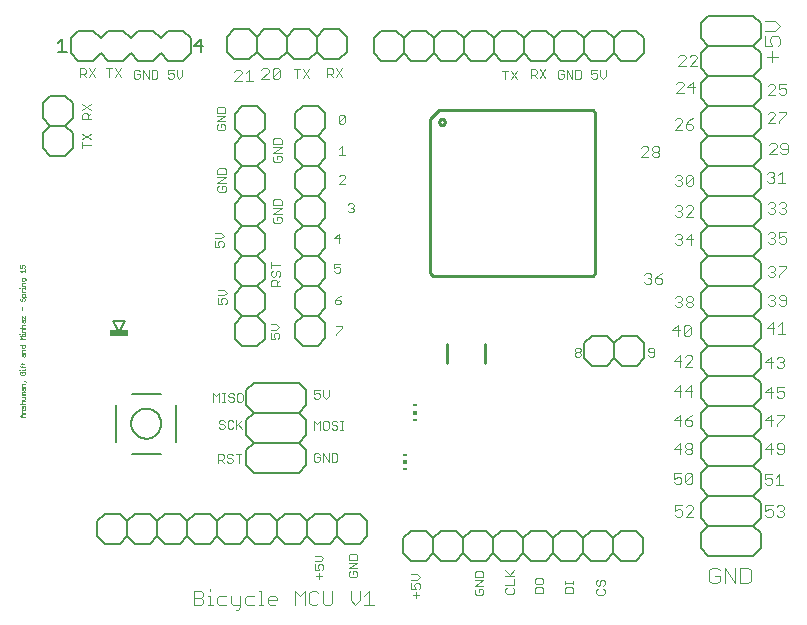
<source format=gto>
G75*
%MOIN*%
%OFA0B0*%
%FSLAX24Y24*%
%IPPOS*%
%LPD*%
%AMOC8*
5,1,8,0,0,1.08239X$1,22.5*
%
%ADD10C,0.0030*%
%ADD11C,0.0040*%
%ADD12C,0.0010*%
%ADD13C,0.0080*%
%ADD14R,0.0620X0.0240*%
%ADD15C,0.0100*%
%ADD16C,0.0060*%
%ADD17R,0.0118X0.0059*%
%ADD18R,0.0118X0.0118*%
%ADD19C,0.0050*%
%ADD20C,0.0087*%
D10*
X007604Y005954D02*
X007604Y006244D01*
X007749Y006244D01*
X007797Y006196D01*
X007797Y006099D01*
X007749Y006051D01*
X007604Y006051D01*
X007701Y006051D02*
X007797Y005954D01*
X007899Y006002D02*
X007947Y005954D01*
X008044Y005954D01*
X008092Y006002D01*
X008092Y006051D01*
X008044Y006099D01*
X007947Y006099D01*
X007899Y006147D01*
X007899Y006196D01*
X007947Y006244D01*
X008044Y006244D01*
X008092Y006196D01*
X008193Y006244D02*
X008387Y006244D01*
X008290Y006244D02*
X008290Y005954D01*
X008218Y007079D02*
X008218Y007369D01*
X008117Y007321D02*
X008069Y007369D01*
X007972Y007369D01*
X007924Y007321D01*
X007924Y007127D01*
X007972Y007079D01*
X008069Y007079D01*
X008117Y007127D01*
X008218Y007176D02*
X008412Y007369D01*
X008267Y007224D02*
X008412Y007079D01*
X007822Y007127D02*
X007774Y007079D01*
X007677Y007079D01*
X007629Y007127D01*
X007677Y007224D02*
X007774Y007224D01*
X007822Y007176D01*
X007822Y007127D01*
X007677Y007224D02*
X007629Y007272D01*
X007629Y007321D01*
X007677Y007369D01*
X007774Y007369D01*
X007822Y007321D01*
X007845Y007979D02*
X007749Y007979D01*
X007797Y007979D02*
X007797Y008269D01*
X007749Y008269D02*
X007845Y008269D01*
X007945Y008221D02*
X007945Y008172D01*
X007993Y008124D01*
X008090Y008124D01*
X008138Y008076D01*
X008138Y008027D01*
X008090Y007979D01*
X007993Y007979D01*
X007945Y008027D01*
X007945Y008221D02*
X007993Y008269D01*
X008090Y008269D01*
X008138Y008221D01*
X008240Y008221D02*
X008240Y008027D01*
X008288Y007979D01*
X008385Y007979D01*
X008433Y008027D01*
X008433Y008221D01*
X008385Y008269D01*
X008288Y008269D01*
X008240Y008221D01*
X007647Y008269D02*
X007647Y007979D01*
X007454Y007979D02*
X007454Y008269D01*
X007551Y008172D01*
X007647Y008269D01*
X009359Y010079D02*
X009504Y010079D01*
X009455Y010176D01*
X009455Y010224D01*
X009504Y010272D01*
X009600Y010272D01*
X009649Y010224D01*
X009649Y010127D01*
X009600Y010079D01*
X009359Y010079D02*
X009359Y010272D01*
X009359Y010374D02*
X009552Y010374D01*
X009649Y010470D01*
X009552Y010567D01*
X009359Y010567D01*
X007899Y011277D02*
X007850Y011229D01*
X007899Y011277D02*
X007899Y011374D01*
X007850Y011422D01*
X007754Y011422D01*
X007705Y011374D01*
X007705Y011326D01*
X007754Y011229D01*
X007609Y011229D01*
X007609Y011422D01*
X007609Y011524D02*
X007802Y011524D01*
X007899Y011620D01*
X007802Y011717D01*
X007609Y011717D01*
X007654Y013129D02*
X007509Y013129D01*
X007509Y013322D01*
X007509Y013424D02*
X007702Y013424D01*
X007799Y013520D01*
X007702Y013617D01*
X007509Y013617D01*
X007654Y013322D02*
X007750Y013322D01*
X007799Y013274D01*
X007799Y013177D01*
X007750Y013129D01*
X007654Y013129D02*
X007605Y013226D01*
X007605Y013274D01*
X007654Y013322D01*
X009384Y012637D02*
X009384Y012443D01*
X009384Y012540D02*
X009674Y012540D01*
X009625Y012342D02*
X009674Y012294D01*
X009674Y012197D01*
X009625Y012149D01*
X009529Y012197D02*
X009529Y012294D01*
X009577Y012342D01*
X009625Y012342D01*
X009529Y012197D02*
X009480Y012149D01*
X009432Y012149D01*
X009384Y012197D01*
X009384Y012294D01*
X009432Y012342D01*
X009432Y012047D02*
X009384Y011999D01*
X009384Y011854D01*
X009674Y011854D01*
X009577Y011854D02*
X009577Y011999D01*
X009529Y012047D01*
X009432Y012047D01*
X009577Y011951D02*
X009674Y012047D01*
X011479Y012327D02*
X011527Y012279D01*
X011624Y012279D01*
X011672Y012327D01*
X011672Y012424D01*
X011624Y012472D01*
X011576Y012472D01*
X011479Y012424D01*
X011479Y012569D01*
X011672Y012569D01*
X011624Y013279D02*
X011624Y013569D01*
X011479Y013424D01*
X011672Y013424D01*
X011977Y014304D02*
X011929Y014352D01*
X011977Y014304D02*
X012074Y014304D01*
X012122Y014352D01*
X012122Y014401D01*
X012074Y014449D01*
X012026Y014449D01*
X012074Y014449D02*
X012122Y014497D01*
X012122Y014546D01*
X012074Y014594D01*
X011977Y014594D01*
X011929Y014546D01*
X011847Y015254D02*
X011654Y015254D01*
X011847Y015447D01*
X011847Y015496D01*
X011799Y015544D01*
X011702Y015544D01*
X011654Y015496D01*
X011629Y016204D02*
X011822Y016204D01*
X011726Y016204D02*
X011726Y016494D01*
X011629Y016397D01*
X011677Y017254D02*
X011629Y017302D01*
X011822Y017496D01*
X011822Y017302D01*
X011774Y017254D01*
X011677Y017254D01*
X011629Y017302D02*
X011629Y017496D01*
X011677Y017544D01*
X011774Y017544D01*
X011822Y017496D01*
X011742Y018804D02*
X011549Y019094D01*
X011447Y019046D02*
X011447Y018949D01*
X011399Y018901D01*
X011254Y018901D01*
X011351Y018901D02*
X011447Y018804D01*
X011549Y018804D02*
X011742Y019094D01*
X011447Y019046D02*
X011399Y019094D01*
X011254Y019094D01*
X011254Y018804D01*
X010642Y018779D02*
X010449Y019069D01*
X010347Y019069D02*
X010154Y019069D01*
X010251Y019069D02*
X010251Y018779D01*
X010449Y018779D02*
X010642Y019069D01*
X009669Y019037D02*
X009669Y018791D01*
X009607Y018729D01*
X009484Y018729D01*
X009422Y018791D01*
X009669Y019037D01*
X009607Y019099D01*
X009484Y019099D01*
X009422Y019037D01*
X009422Y018791D01*
X009301Y018729D02*
X009054Y018729D01*
X009301Y018976D01*
X009301Y019037D01*
X009239Y019099D01*
X009116Y019099D01*
X009054Y019037D01*
X008646Y019049D02*
X008646Y018679D01*
X008769Y018679D02*
X008522Y018679D01*
X008401Y018679D02*
X008154Y018679D01*
X008401Y018926D01*
X008401Y018987D01*
X008339Y019049D01*
X008216Y019049D01*
X008154Y018987D01*
X008522Y018926D02*
X008646Y019049D01*
X007800Y017812D02*
X007607Y017812D01*
X007559Y017763D01*
X007559Y017618D01*
X007849Y017618D01*
X007849Y017763D01*
X007800Y017812D01*
X007849Y017517D02*
X007559Y017517D01*
X007559Y017324D02*
X007849Y017517D01*
X007849Y017324D02*
X007559Y017324D01*
X007607Y017222D02*
X007559Y017174D01*
X007559Y017077D01*
X007607Y017029D01*
X007800Y017029D01*
X007849Y017077D01*
X007849Y017174D01*
X007800Y017222D01*
X007704Y017222D01*
X007704Y017126D01*
X007632Y015762D02*
X007584Y015713D01*
X007584Y015568D01*
X007874Y015568D01*
X007874Y015713D01*
X007825Y015762D01*
X007632Y015762D01*
X007584Y015467D02*
X007874Y015467D01*
X007584Y015274D01*
X007874Y015274D01*
X007825Y015172D02*
X007729Y015172D01*
X007729Y015076D01*
X007825Y015172D02*
X007874Y015124D01*
X007874Y015027D01*
X007825Y014979D01*
X007632Y014979D01*
X007584Y015027D01*
X007584Y015124D01*
X007632Y015172D01*
X009434Y014688D02*
X009434Y014543D01*
X009724Y014543D01*
X009724Y014688D01*
X009675Y014737D01*
X009482Y014737D01*
X009434Y014688D01*
X009434Y014442D02*
X009724Y014442D01*
X009434Y014249D01*
X009724Y014249D01*
X009675Y014147D02*
X009579Y014147D01*
X009579Y014051D01*
X009675Y014147D02*
X009724Y014099D01*
X009724Y014002D01*
X009675Y013954D01*
X009482Y013954D01*
X009434Y014002D01*
X009434Y014099D01*
X009482Y014147D01*
X009482Y015979D02*
X009675Y015979D01*
X009724Y016027D01*
X009724Y016124D01*
X009675Y016172D01*
X009579Y016172D01*
X009579Y016076D01*
X009482Y016172D02*
X009434Y016124D01*
X009434Y016027D01*
X009482Y015979D01*
X009434Y016274D02*
X009724Y016467D01*
X009434Y016467D01*
X009434Y016568D02*
X009434Y016713D01*
X009482Y016762D01*
X009675Y016762D01*
X009724Y016713D01*
X009724Y016568D01*
X009434Y016568D01*
X009434Y016274D02*
X009724Y016274D01*
X006417Y018851D02*
X006417Y019044D01*
X006417Y018851D02*
X006320Y018754D01*
X006224Y018851D01*
X006224Y019044D01*
X006122Y019044D02*
X005929Y019044D01*
X005929Y018899D01*
X006026Y018947D01*
X006074Y018947D01*
X006122Y018899D01*
X006122Y018802D01*
X006074Y018754D01*
X005977Y018754D01*
X005929Y018802D01*
X005587Y018802D02*
X005587Y018996D01*
X005538Y019044D01*
X005393Y019044D01*
X005393Y018754D01*
X005538Y018754D01*
X005587Y018802D01*
X005292Y018754D02*
X005292Y019044D01*
X005099Y019044D02*
X005099Y018754D01*
X004997Y018802D02*
X004997Y018899D01*
X004901Y018899D01*
X004997Y018996D02*
X004949Y019044D01*
X004852Y019044D01*
X004804Y018996D01*
X004804Y018802D01*
X004852Y018754D01*
X004949Y018754D01*
X004997Y018802D01*
X005099Y019044D02*
X005292Y018754D01*
X004367Y018804D02*
X004174Y019094D01*
X004072Y019094D02*
X003879Y019094D01*
X003976Y019094D02*
X003976Y018804D01*
X004174Y018804D02*
X004367Y019094D01*
X003492Y019094D02*
X003299Y018804D01*
X003197Y018804D02*
X003101Y018901D01*
X003149Y018901D02*
X003004Y018901D01*
X003004Y018804D02*
X003004Y019094D01*
X003149Y019094D01*
X003197Y019046D01*
X003197Y018949D01*
X003149Y018901D01*
X003299Y019094D02*
X003492Y018804D01*
X003374Y017892D02*
X003084Y017699D01*
X003132Y017597D02*
X003229Y017597D01*
X003277Y017549D01*
X003277Y017404D01*
X003277Y017501D02*
X003374Y017597D01*
X003374Y017699D02*
X003084Y017892D01*
X003132Y017597D02*
X003084Y017549D01*
X003084Y017404D01*
X003374Y017404D01*
X003374Y016917D02*
X003084Y016724D01*
X003084Y016622D02*
X003084Y016429D01*
X003084Y016526D02*
X003374Y016526D01*
X003374Y016724D02*
X003084Y016917D01*
X011504Y011374D02*
X011649Y011374D01*
X011697Y011326D01*
X011697Y011277D01*
X011649Y011229D01*
X011552Y011229D01*
X011504Y011277D01*
X011504Y011374D01*
X011601Y011471D01*
X011697Y011519D01*
X011722Y010494D02*
X011529Y010494D01*
X011722Y010494D02*
X011722Y010446D01*
X011529Y010252D01*
X011529Y010204D01*
X011292Y008369D02*
X011292Y008176D01*
X011195Y008079D01*
X011099Y008176D01*
X011099Y008369D01*
X010997Y008369D02*
X010804Y008369D01*
X010804Y008224D01*
X010901Y008272D01*
X010949Y008272D01*
X010997Y008224D01*
X010997Y008127D01*
X010949Y008079D01*
X010852Y008079D01*
X010804Y008127D01*
X010804Y007344D02*
X010901Y007247D01*
X010997Y007344D01*
X010997Y007054D01*
X011099Y007102D02*
X011099Y007296D01*
X011147Y007344D01*
X011244Y007344D01*
X011292Y007296D01*
X011292Y007102D01*
X011244Y007054D01*
X011147Y007054D01*
X011099Y007102D01*
X011393Y007102D02*
X011442Y007054D01*
X011538Y007054D01*
X011587Y007102D01*
X011587Y007151D01*
X011538Y007199D01*
X011442Y007199D01*
X011393Y007247D01*
X011393Y007296D01*
X011442Y007344D01*
X011538Y007344D01*
X011587Y007296D01*
X011688Y007344D02*
X011785Y007344D01*
X011736Y007344D02*
X011736Y007054D01*
X011688Y007054D02*
X011785Y007054D01*
X011538Y006269D02*
X011393Y006269D01*
X011393Y005979D01*
X011538Y005979D01*
X011587Y006027D01*
X011587Y006221D01*
X011538Y006269D01*
X011292Y006269D02*
X011292Y005979D01*
X011099Y006269D01*
X011099Y005979D01*
X010997Y006027D02*
X010997Y006124D01*
X010901Y006124D01*
X010997Y006221D02*
X010949Y006269D01*
X010852Y006269D01*
X010804Y006221D01*
X010804Y006027D01*
X010852Y005979D01*
X010949Y005979D01*
X010997Y006027D01*
X010804Y007054D02*
X010804Y007344D01*
X010829Y002853D02*
X011022Y002853D01*
X011119Y002756D01*
X011022Y002659D01*
X010829Y002659D01*
X010829Y002558D02*
X010829Y002365D01*
X010974Y002365D01*
X010925Y002461D01*
X010925Y002510D01*
X010974Y002558D01*
X011070Y002558D01*
X011119Y002510D01*
X011119Y002413D01*
X011070Y002365D01*
X010974Y002263D02*
X010974Y002070D01*
X011070Y002167D02*
X010877Y002167D01*
X011959Y002177D02*
X012007Y002129D01*
X012200Y002129D01*
X012249Y002177D01*
X012249Y002274D01*
X012200Y002322D01*
X012104Y002322D01*
X012104Y002226D01*
X012007Y002322D02*
X011959Y002274D01*
X011959Y002177D01*
X011959Y002424D02*
X012249Y002617D01*
X011959Y002617D01*
X011959Y002718D02*
X011959Y002863D01*
X012007Y002912D01*
X012200Y002912D01*
X012249Y002863D01*
X012249Y002718D01*
X011959Y002718D01*
X011959Y002424D02*
X012249Y002424D01*
X014054Y002228D02*
X014247Y002228D01*
X014344Y002131D01*
X014247Y002034D01*
X014054Y002034D01*
X014054Y001933D02*
X014054Y001740D01*
X014199Y001740D01*
X014150Y001836D01*
X014150Y001885D01*
X014199Y001933D01*
X014295Y001933D01*
X014344Y001885D01*
X014344Y001788D01*
X014295Y001740D01*
X014199Y001638D02*
X014199Y001445D01*
X014295Y001542D02*
X014102Y001542D01*
X016159Y001602D02*
X016207Y001554D01*
X016400Y001554D01*
X016449Y001602D01*
X016449Y001699D01*
X016400Y001747D01*
X016304Y001747D01*
X016304Y001651D01*
X016207Y001747D02*
X016159Y001699D01*
X016159Y001602D01*
X016159Y001849D02*
X016449Y002042D01*
X016159Y002042D01*
X016159Y002143D02*
X016159Y002288D01*
X016207Y002337D01*
X016400Y002337D01*
X016449Y002288D01*
X016449Y002143D01*
X016159Y002143D01*
X016159Y001849D02*
X016449Y001849D01*
X017184Y001874D02*
X017474Y001874D01*
X017474Y002067D01*
X017474Y002168D02*
X017184Y002168D01*
X017329Y002217D02*
X017474Y002362D01*
X017377Y002168D02*
X017184Y002362D01*
X017232Y001772D02*
X017184Y001724D01*
X017184Y001627D01*
X017232Y001579D01*
X017425Y001579D01*
X017474Y001627D01*
X017474Y001724D01*
X017425Y001772D01*
X018159Y001749D02*
X018159Y001604D01*
X018449Y001604D01*
X018449Y001749D01*
X018400Y001797D01*
X018207Y001797D01*
X018159Y001749D01*
X018207Y001899D02*
X018400Y001899D01*
X018449Y001947D01*
X018449Y002044D01*
X018400Y002092D01*
X018207Y002092D01*
X018159Y002044D01*
X018159Y001947D01*
X018207Y001899D01*
X019159Y001899D02*
X019159Y001995D01*
X019159Y001947D02*
X019449Y001947D01*
X019449Y001899D02*
X019449Y001995D01*
X019400Y001797D02*
X019207Y001797D01*
X019159Y001749D01*
X019159Y001604D01*
X019449Y001604D01*
X019449Y001749D01*
X019400Y001797D01*
X020209Y001699D02*
X020209Y001602D01*
X020257Y001554D01*
X020450Y001554D01*
X020499Y001602D01*
X020499Y001699D01*
X020450Y001747D01*
X020450Y001849D02*
X020499Y001897D01*
X020499Y001994D01*
X020450Y002042D01*
X020402Y002042D01*
X020354Y001994D01*
X020354Y001897D01*
X020305Y001849D01*
X020257Y001849D01*
X020209Y001897D01*
X020209Y001994D01*
X020257Y002042D01*
X020257Y001747D02*
X020209Y001699D01*
X022829Y004216D02*
X022891Y004154D01*
X023014Y004154D01*
X023076Y004216D01*
X023076Y004339D01*
X023014Y004401D01*
X022952Y004401D01*
X022829Y004339D01*
X022829Y004524D01*
X023076Y004524D01*
X023197Y004462D02*
X023259Y004524D01*
X023382Y004524D01*
X023444Y004462D01*
X023444Y004401D01*
X023197Y004154D01*
X023444Y004154D01*
X023357Y005229D02*
X023234Y005229D01*
X023172Y005291D01*
X023419Y005537D01*
X023419Y005291D01*
X023357Y005229D01*
X023172Y005291D02*
X023172Y005537D01*
X023234Y005599D01*
X023357Y005599D01*
X023419Y005537D01*
X023051Y005599D02*
X022804Y005599D01*
X022804Y005414D01*
X022927Y005476D01*
X022989Y005476D01*
X023051Y005414D01*
X023051Y005291D01*
X022989Y005229D01*
X022866Y005229D01*
X022804Y005291D01*
X022989Y006229D02*
X022989Y006599D01*
X022804Y006414D01*
X023051Y006414D01*
X023172Y006352D02*
X023234Y006414D01*
X023357Y006414D01*
X023419Y006352D01*
X023419Y006291D01*
X023357Y006229D01*
X023234Y006229D01*
X023172Y006291D01*
X023172Y006352D01*
X023234Y006414D02*
X023172Y006476D01*
X023172Y006537D01*
X023234Y006599D01*
X023357Y006599D01*
X023419Y006537D01*
X023419Y006476D01*
X023357Y006414D01*
X023357Y007179D02*
X023419Y007241D01*
X023419Y007302D01*
X023357Y007364D01*
X023172Y007364D01*
X023172Y007241D01*
X023234Y007179D01*
X023357Y007179D01*
X023172Y007364D02*
X023296Y007487D01*
X023419Y007549D01*
X023051Y007364D02*
X022804Y007364D01*
X022989Y007549D01*
X022989Y007179D01*
X022989Y008154D02*
X022989Y008524D01*
X022804Y008339D01*
X023051Y008339D01*
X023172Y008339D02*
X023357Y008524D01*
X023357Y008154D01*
X023419Y008339D02*
X023172Y008339D01*
X023172Y009154D02*
X023419Y009401D01*
X023419Y009462D01*
X023357Y009524D01*
X023234Y009524D01*
X023172Y009462D01*
X023051Y009339D02*
X022804Y009339D01*
X022989Y009524D01*
X022989Y009154D01*
X023172Y009154D02*
X023419Y009154D01*
X022142Y009532D02*
X022142Y009726D01*
X022094Y009774D01*
X021997Y009774D01*
X021949Y009726D01*
X021949Y009677D01*
X021997Y009629D01*
X022142Y009629D01*
X022142Y009532D02*
X022094Y009484D01*
X021997Y009484D01*
X021949Y009532D01*
X022754Y010364D02*
X023001Y010364D01*
X023122Y010241D02*
X023122Y010487D01*
X023184Y010549D01*
X023307Y010549D01*
X023369Y010487D01*
X023122Y010241D01*
X023184Y010179D01*
X023307Y010179D01*
X023369Y010241D01*
X023369Y010487D01*
X022939Y010549D02*
X022939Y010179D01*
X022754Y010364D02*
X022939Y010549D01*
X022891Y011129D02*
X022829Y011191D01*
X022891Y011129D02*
X023014Y011129D01*
X023076Y011191D01*
X023076Y011252D01*
X023014Y011314D01*
X022952Y011314D01*
X023014Y011314D02*
X023076Y011376D01*
X023076Y011437D01*
X023014Y011499D01*
X022891Y011499D01*
X022829Y011437D01*
X023197Y011437D02*
X023197Y011376D01*
X023259Y011314D01*
X023382Y011314D01*
X023444Y011252D01*
X023444Y011191D01*
X023382Y011129D01*
X023259Y011129D01*
X023197Y011191D01*
X023197Y011252D01*
X023259Y011314D01*
X023382Y011314D02*
X023444Y011376D01*
X023444Y011437D01*
X023382Y011499D01*
X023259Y011499D01*
X023197Y011437D01*
X022419Y011966D02*
X022419Y012027D01*
X022357Y012089D01*
X022172Y012089D01*
X022172Y011966D01*
X022234Y011904D01*
X022357Y011904D01*
X022419Y011966D01*
X022296Y012212D02*
X022172Y012089D01*
X022051Y012027D02*
X022051Y011966D01*
X021989Y011904D01*
X021866Y011904D01*
X021804Y011966D01*
X021927Y012089D02*
X021989Y012089D01*
X022051Y012027D01*
X021989Y012089D02*
X022051Y012151D01*
X022051Y012212D01*
X021989Y012274D01*
X021866Y012274D01*
X021804Y012212D01*
X022296Y012212D02*
X022419Y012274D01*
X022891Y013204D02*
X022829Y013266D01*
X022891Y013204D02*
X023014Y013204D01*
X023076Y013266D01*
X023076Y013327D01*
X023014Y013389D01*
X022952Y013389D01*
X023014Y013389D02*
X023076Y013451D01*
X023076Y013512D01*
X023014Y013574D01*
X022891Y013574D01*
X022829Y013512D01*
X023197Y013389D02*
X023444Y013389D01*
X023382Y013204D02*
X023382Y013574D01*
X023197Y013389D01*
X023197Y014154D02*
X023444Y014401D01*
X023444Y014462D01*
X023382Y014524D01*
X023259Y014524D01*
X023197Y014462D01*
X023076Y014462D02*
X023076Y014401D01*
X023014Y014339D01*
X023076Y014277D01*
X023076Y014216D01*
X023014Y014154D01*
X022891Y014154D01*
X022829Y014216D01*
X022952Y014339D02*
X023014Y014339D01*
X023076Y014462D02*
X023014Y014524D01*
X022891Y014524D01*
X022829Y014462D01*
X023197Y014154D02*
X023444Y014154D01*
X023382Y015179D02*
X023259Y015179D01*
X023197Y015241D01*
X023444Y015487D01*
X023444Y015241D01*
X023382Y015179D01*
X023197Y015241D02*
X023197Y015487D01*
X023259Y015549D01*
X023382Y015549D01*
X023444Y015487D01*
X023076Y015487D02*
X023076Y015426D01*
X023014Y015364D01*
X023076Y015302D01*
X023076Y015241D01*
X023014Y015179D01*
X022891Y015179D01*
X022829Y015241D01*
X022952Y015364D02*
X023014Y015364D01*
X023076Y015487D02*
X023014Y015549D01*
X022891Y015549D01*
X022829Y015487D01*
X022257Y016129D02*
X022134Y016129D01*
X022072Y016191D01*
X022072Y016252D01*
X022134Y016314D01*
X022257Y016314D01*
X022319Y016252D01*
X022319Y016191D01*
X022257Y016129D01*
X022257Y016314D02*
X022319Y016376D01*
X022319Y016437D01*
X022257Y016499D01*
X022134Y016499D01*
X022072Y016437D01*
X022072Y016376D01*
X022134Y016314D01*
X021951Y016376D02*
X021951Y016437D01*
X021889Y016499D01*
X021766Y016499D01*
X021704Y016437D01*
X021951Y016376D02*
X021704Y016129D01*
X021951Y016129D01*
X022829Y017054D02*
X023076Y017301D01*
X023076Y017362D01*
X023014Y017424D01*
X022891Y017424D01*
X022829Y017362D01*
X022829Y017054D02*
X023076Y017054D01*
X023197Y017116D02*
X023197Y017239D01*
X023382Y017239D01*
X023444Y017177D01*
X023444Y017116D01*
X023382Y017054D01*
X023259Y017054D01*
X023197Y017116D01*
X023197Y017239D02*
X023321Y017362D01*
X023444Y017424D01*
X023432Y018279D02*
X023432Y018649D01*
X023247Y018464D01*
X023494Y018464D01*
X023126Y018526D02*
X023126Y018587D01*
X023064Y018649D01*
X022941Y018649D01*
X022879Y018587D01*
X023126Y018526D02*
X022879Y018279D01*
X023126Y018279D01*
X023201Y019179D02*
X022954Y019179D01*
X023201Y019426D01*
X023201Y019487D01*
X023139Y019549D01*
X023016Y019549D01*
X022954Y019487D01*
X023322Y019487D02*
X023384Y019549D01*
X023507Y019549D01*
X023569Y019487D01*
X023569Y019426D01*
X023322Y019179D01*
X023569Y019179D01*
X025929Y018512D02*
X025991Y018574D01*
X026114Y018574D01*
X026176Y018512D01*
X026176Y018451D01*
X025929Y018204D01*
X026176Y018204D01*
X026297Y018266D02*
X026359Y018204D01*
X026482Y018204D01*
X026544Y018266D01*
X026544Y018389D01*
X026482Y018451D01*
X026421Y018451D01*
X026297Y018389D01*
X026297Y018574D01*
X026544Y018574D01*
X026544Y017649D02*
X026297Y017649D01*
X026176Y017587D02*
X026114Y017649D01*
X025991Y017649D01*
X025929Y017587D01*
X026176Y017587D02*
X026176Y017526D01*
X025929Y017279D01*
X026176Y017279D01*
X026297Y017279D02*
X026297Y017341D01*
X026544Y017587D01*
X026544Y017649D01*
X026532Y016599D02*
X026409Y016599D01*
X026347Y016537D01*
X026347Y016476D01*
X026409Y016414D01*
X026594Y016414D01*
X026594Y016291D02*
X026594Y016537D01*
X026532Y016599D01*
X026226Y016537D02*
X026164Y016599D01*
X026041Y016599D01*
X025979Y016537D01*
X026226Y016537D02*
X026226Y016476D01*
X025979Y016229D01*
X026226Y016229D01*
X026347Y016291D02*
X026409Y016229D01*
X026532Y016229D01*
X026594Y016291D01*
X026396Y015649D02*
X026396Y015279D01*
X026519Y015279D02*
X026272Y015279D01*
X026151Y015341D02*
X026089Y015279D01*
X025966Y015279D01*
X025904Y015341D01*
X026027Y015464D02*
X026089Y015464D01*
X026151Y015402D01*
X026151Y015341D01*
X026089Y015464D02*
X026151Y015526D01*
X026151Y015587D01*
X026089Y015649D01*
X025966Y015649D01*
X025904Y015587D01*
X026272Y015526D02*
X026396Y015649D01*
X026359Y014624D02*
X026482Y014624D01*
X026544Y014562D01*
X026544Y014501D01*
X026482Y014439D01*
X026544Y014377D01*
X026544Y014316D01*
X026482Y014254D01*
X026359Y014254D01*
X026297Y014316D01*
X026176Y014316D02*
X026114Y014254D01*
X025991Y014254D01*
X025929Y014316D01*
X026052Y014439D02*
X026114Y014439D01*
X026176Y014377D01*
X026176Y014316D01*
X026114Y014439D02*
X026176Y014501D01*
X026176Y014562D01*
X026114Y014624D01*
X025991Y014624D01*
X025929Y014562D01*
X026297Y014562D02*
X026359Y014624D01*
X026421Y014439D02*
X026482Y014439D01*
X026544Y013624D02*
X026297Y013624D01*
X026297Y013439D01*
X026421Y013501D01*
X026482Y013501D01*
X026544Y013439D01*
X026544Y013316D01*
X026482Y013254D01*
X026359Y013254D01*
X026297Y013316D01*
X026176Y013316D02*
X026114Y013254D01*
X025991Y013254D01*
X025929Y013316D01*
X026052Y013439D02*
X026114Y013439D01*
X026176Y013377D01*
X026176Y013316D01*
X026114Y013439D02*
X026176Y013501D01*
X026176Y013562D01*
X026114Y013624D01*
X025991Y013624D01*
X025929Y013562D01*
X025991Y012499D02*
X026114Y012499D01*
X026176Y012437D01*
X026176Y012376D01*
X026114Y012314D01*
X026176Y012252D01*
X026176Y012191D01*
X026114Y012129D01*
X025991Y012129D01*
X025929Y012191D01*
X026052Y012314D02*
X026114Y012314D01*
X026297Y012191D02*
X026297Y012129D01*
X026297Y012191D02*
X026544Y012437D01*
X026544Y012499D01*
X026297Y012499D01*
X025991Y012499D02*
X025929Y012437D01*
X025991Y011549D02*
X026114Y011549D01*
X026176Y011487D01*
X026176Y011426D01*
X026114Y011364D01*
X026176Y011302D01*
X026176Y011241D01*
X026114Y011179D01*
X025991Y011179D01*
X025929Y011241D01*
X026052Y011364D02*
X026114Y011364D01*
X026297Y011426D02*
X026359Y011364D01*
X026544Y011364D01*
X026544Y011241D02*
X026544Y011487D01*
X026482Y011549D01*
X026359Y011549D01*
X026297Y011487D01*
X026297Y011426D01*
X026297Y011241D02*
X026359Y011179D01*
X026482Y011179D01*
X026544Y011241D01*
X025991Y011549D02*
X025929Y011487D01*
X026089Y010624D02*
X025904Y010439D01*
X026151Y010439D01*
X026272Y010501D02*
X026396Y010624D01*
X026396Y010254D01*
X026519Y010254D02*
X026272Y010254D01*
X026089Y010254D02*
X026089Y010624D01*
X026039Y009474D02*
X025854Y009289D01*
X026101Y009289D01*
X026222Y009166D02*
X026284Y009104D01*
X026407Y009104D01*
X026469Y009166D01*
X026469Y009227D01*
X026407Y009289D01*
X026346Y009289D01*
X026407Y009289D02*
X026469Y009351D01*
X026469Y009412D01*
X026407Y009474D01*
X026284Y009474D01*
X026222Y009412D01*
X026039Y009474D02*
X026039Y009104D01*
X026039Y008474D02*
X025854Y008289D01*
X026101Y008289D01*
X026222Y008289D02*
X026222Y008474D01*
X026469Y008474D01*
X026407Y008351D02*
X026346Y008351D01*
X026222Y008289D01*
X026222Y008166D02*
X026284Y008104D01*
X026407Y008104D01*
X026469Y008166D01*
X026469Y008289D01*
X026407Y008351D01*
X026039Y008474D02*
X026039Y008104D01*
X026039Y007549D02*
X025854Y007364D01*
X026101Y007364D01*
X026222Y007241D02*
X026222Y007179D01*
X026222Y007241D02*
X026469Y007487D01*
X026469Y007549D01*
X026222Y007549D01*
X026039Y007549D02*
X026039Y007179D01*
X026039Y006599D02*
X025854Y006414D01*
X026101Y006414D01*
X026222Y006476D02*
X026284Y006414D01*
X026469Y006414D01*
X026469Y006291D02*
X026469Y006537D01*
X026407Y006599D01*
X026284Y006599D01*
X026222Y006537D01*
X026222Y006476D01*
X026222Y006291D02*
X026284Y006229D01*
X026407Y006229D01*
X026469Y006291D01*
X026039Y006229D02*
X026039Y006599D01*
X026076Y005574D02*
X025829Y005574D01*
X025829Y005389D01*
X025952Y005451D01*
X026014Y005451D01*
X026076Y005389D01*
X026076Y005266D01*
X026014Y005204D01*
X025891Y005204D01*
X025829Y005266D01*
X026197Y005204D02*
X026444Y005204D01*
X026321Y005204D02*
X026321Y005574D01*
X026197Y005451D01*
X026284Y004524D02*
X026407Y004524D01*
X026469Y004462D01*
X026469Y004401D01*
X026407Y004339D01*
X026469Y004277D01*
X026469Y004216D01*
X026407Y004154D01*
X026284Y004154D01*
X026222Y004216D01*
X026101Y004216D02*
X026101Y004339D01*
X026039Y004401D01*
X025977Y004401D01*
X025854Y004339D01*
X025854Y004524D01*
X026101Y004524D01*
X026222Y004462D02*
X026284Y004524D01*
X026346Y004339D02*
X026407Y004339D01*
X026101Y004216D02*
X026039Y004154D01*
X025916Y004154D01*
X025854Y004216D01*
X019692Y009532D02*
X019644Y009484D01*
X019547Y009484D01*
X019499Y009532D01*
X019499Y009581D01*
X019547Y009629D01*
X019644Y009629D01*
X019692Y009581D01*
X019692Y009532D01*
X019644Y009629D02*
X019692Y009677D01*
X019692Y009726D01*
X019644Y009774D01*
X019547Y009774D01*
X019499Y009726D01*
X019499Y009677D01*
X019547Y009629D01*
X017567Y018729D02*
X017374Y019019D01*
X017272Y019019D02*
X017079Y019019D01*
X017176Y019019D02*
X017176Y018729D01*
X017374Y018729D02*
X017567Y019019D01*
X018029Y019069D02*
X018029Y018779D01*
X018029Y018876D02*
X018174Y018876D01*
X018222Y018924D01*
X018222Y019021D01*
X018174Y019069D01*
X018029Y019069D01*
X018126Y018876D02*
X018222Y018779D01*
X018324Y018779D02*
X018517Y019069D01*
X018324Y019069D02*
X018517Y018779D01*
X018929Y018802D02*
X018977Y018754D01*
X019074Y018754D01*
X019122Y018802D01*
X019122Y018899D01*
X019026Y018899D01*
X019122Y018996D02*
X019074Y019044D01*
X018977Y019044D01*
X018929Y018996D01*
X018929Y018802D01*
X019224Y018754D02*
X019224Y019044D01*
X019417Y018754D01*
X019417Y019044D01*
X019518Y019044D02*
X019663Y019044D01*
X019712Y018996D01*
X019712Y018802D01*
X019663Y018754D01*
X019518Y018754D01*
X019518Y019044D01*
X020054Y019044D02*
X020054Y018899D01*
X020151Y018947D01*
X020199Y018947D01*
X020247Y018899D01*
X020247Y018802D01*
X020199Y018754D01*
X020102Y018754D01*
X020054Y018802D01*
X020054Y019044D02*
X020247Y019044D01*
X020349Y019044D02*
X020349Y018851D01*
X020445Y018754D01*
X020542Y018851D01*
X020542Y019044D01*
D11*
X025823Y019824D02*
X026084Y019824D01*
X025997Y019998D01*
X025997Y020085D01*
X026084Y020171D01*
X026257Y020171D01*
X026344Y020085D01*
X026344Y019911D01*
X026257Y019824D01*
X026084Y019656D02*
X026084Y019309D01*
X026257Y019482D02*
X025910Y019482D01*
X025823Y019824D02*
X025823Y020171D01*
X025823Y020340D02*
X026170Y020340D01*
X026344Y020514D01*
X026170Y020687D01*
X025823Y020687D01*
X025278Y002444D02*
X025018Y002444D01*
X025018Y001924D01*
X025278Y001924D01*
X025365Y002011D01*
X025365Y002358D01*
X025278Y002444D01*
X024850Y002444D02*
X024850Y001924D01*
X024503Y002444D01*
X024503Y001924D01*
X024334Y002011D02*
X024247Y001924D01*
X024074Y001924D01*
X023987Y002011D01*
X023987Y002358D01*
X024074Y002444D01*
X024247Y002444D01*
X024334Y002358D01*
X024334Y002184D02*
X024160Y002184D01*
X024334Y002184D02*
X024334Y002011D01*
X012794Y001209D02*
X012487Y001209D01*
X012640Y001209D02*
X012640Y001669D01*
X012487Y001516D01*
X012334Y001669D02*
X012334Y001362D01*
X012180Y001209D01*
X012027Y001362D01*
X012027Y001669D01*
X011413Y001669D02*
X011413Y001286D01*
X011336Y001209D01*
X011183Y001209D01*
X011106Y001286D01*
X011106Y001669D01*
X010952Y001593D02*
X010876Y001669D01*
X010722Y001669D01*
X010645Y001593D01*
X010645Y001286D01*
X010722Y001209D01*
X010876Y001209D01*
X010952Y001286D01*
X010492Y001209D02*
X010492Y001669D01*
X010339Y001516D01*
X010185Y001669D01*
X010185Y001209D01*
X009571Y001362D02*
X009264Y001362D01*
X009264Y001286D02*
X009264Y001439D01*
X009341Y001516D01*
X009494Y001516D01*
X009571Y001439D01*
X009571Y001362D01*
X009494Y001209D02*
X009341Y001209D01*
X009264Y001286D01*
X009111Y001209D02*
X008957Y001209D01*
X009034Y001209D02*
X009034Y001669D01*
X008957Y001669D01*
X008804Y001516D02*
X008574Y001516D01*
X008497Y001439D01*
X008497Y001286D01*
X008574Y001209D01*
X008804Y001209D01*
X008343Y001209D02*
X008113Y001209D01*
X008037Y001286D01*
X008037Y001516D01*
X007883Y001516D02*
X007653Y001516D01*
X007576Y001439D01*
X007576Y001286D01*
X007653Y001209D01*
X007883Y001209D01*
X008190Y001055D02*
X008267Y001055D01*
X008343Y001132D01*
X008343Y001516D01*
X007423Y001209D02*
X007269Y001209D01*
X007346Y001209D02*
X007346Y001516D01*
X007269Y001516D01*
X007116Y001516D02*
X007039Y001439D01*
X006809Y001439D01*
X007039Y001439D02*
X007116Y001362D01*
X007116Y001286D01*
X007039Y001209D01*
X006809Y001209D01*
X006809Y001669D01*
X007039Y001669D01*
X007116Y001593D01*
X007116Y001516D01*
X007346Y001669D02*
X007346Y001746D01*
D12*
X001159Y007457D02*
X001059Y007457D01*
X001009Y007507D01*
X001059Y007557D01*
X001159Y007557D01*
X001159Y007604D02*
X001059Y007604D01*
X001059Y007679D01*
X001084Y007704D01*
X001159Y007704D01*
X001159Y007752D02*
X001159Y007827D01*
X001134Y007852D01*
X001109Y007827D01*
X001109Y007777D01*
X001084Y007752D01*
X001059Y007777D01*
X001059Y007852D01*
X001084Y007899D02*
X001059Y007924D01*
X001059Y007974D01*
X001084Y007999D01*
X001159Y007999D01*
X001134Y008046D02*
X001159Y008071D01*
X001159Y008146D01*
X001059Y008146D01*
X001059Y008194D02*
X001059Y008219D01*
X001084Y008244D01*
X001059Y008269D01*
X001084Y008294D01*
X001159Y008294D01*
X001159Y008244D02*
X001084Y008244D01*
X001059Y008194D02*
X001159Y008194D01*
X001134Y008341D02*
X001109Y008366D01*
X001109Y008441D01*
X001084Y008441D02*
X001159Y008441D01*
X001159Y008366D01*
X001134Y008341D01*
X001059Y008366D02*
X001059Y008416D01*
X001084Y008441D01*
X001059Y008488D02*
X001159Y008488D01*
X001059Y008488D02*
X001059Y008563D01*
X001084Y008588D01*
X001159Y008588D01*
X001209Y008636D02*
X001159Y008686D01*
X001159Y008661D01*
X001134Y008661D01*
X001134Y008686D01*
X001159Y008686D01*
X001134Y008881D02*
X001034Y008881D01*
X001009Y008906D01*
X001009Y008956D01*
X001034Y008981D01*
X001084Y008981D02*
X001084Y008931D01*
X001084Y008981D02*
X001134Y008981D01*
X001159Y008956D01*
X001159Y008906D01*
X001134Y008881D01*
X001159Y009028D02*
X001159Y009079D01*
X001159Y009053D02*
X001059Y009053D01*
X001059Y009028D01*
X001009Y009053D02*
X000984Y009053D01*
X001034Y009152D02*
X001009Y009177D01*
X001034Y009152D02*
X001159Y009152D01*
X001084Y009127D02*
X001084Y009177D01*
X001059Y009225D02*
X001059Y009275D01*
X001034Y009250D02*
X001134Y009250D01*
X001159Y009275D01*
X001134Y009470D02*
X001109Y009495D01*
X001109Y009571D01*
X001084Y009571D02*
X001159Y009571D01*
X001159Y009495D01*
X001134Y009470D01*
X001059Y009495D02*
X001059Y009546D01*
X001084Y009571D01*
X001059Y009618D02*
X001159Y009618D01*
X001159Y009718D02*
X001084Y009718D01*
X001059Y009693D01*
X001059Y009618D01*
X001084Y009765D02*
X001059Y009790D01*
X001059Y009865D01*
X001009Y009865D02*
X001159Y009865D01*
X001159Y009790D01*
X001134Y009765D01*
X001084Y009765D01*
X001159Y010060D02*
X001009Y010060D01*
X001059Y010110D01*
X001009Y010160D01*
X001159Y010160D01*
X001159Y010207D02*
X001159Y010257D01*
X001159Y010232D02*
X001059Y010232D01*
X001059Y010207D01*
X001009Y010232D02*
X000984Y010232D01*
X001059Y010305D02*
X001059Y010380D01*
X001084Y010405D01*
X001159Y010405D01*
X001159Y010453D02*
X001009Y010453D01*
X001059Y010478D02*
X001059Y010528D01*
X001084Y010553D01*
X001159Y010553D01*
X001134Y010600D02*
X001109Y010625D01*
X001109Y010700D01*
X001084Y010700D02*
X001159Y010700D01*
X001159Y010625D01*
X001134Y010600D01*
X001059Y010625D02*
X001059Y010675D01*
X001084Y010700D01*
X001059Y010747D02*
X001059Y010847D01*
X001159Y010747D01*
X001159Y010847D01*
X001084Y011042D02*
X001084Y011142D01*
X001059Y011337D02*
X001084Y011362D01*
X001084Y011412D01*
X001109Y011437D01*
X001134Y011437D01*
X001159Y011412D01*
X001159Y011362D01*
X001134Y011337D01*
X001059Y011337D02*
X001034Y011337D01*
X001009Y011362D01*
X001009Y011412D01*
X001034Y011437D01*
X001059Y011484D02*
X001059Y011559D01*
X001084Y011584D01*
X001134Y011584D01*
X001159Y011559D01*
X001159Y011484D01*
X001209Y011484D02*
X001059Y011484D01*
X001059Y011631D02*
X001159Y011631D01*
X001109Y011631D02*
X001059Y011681D01*
X001059Y011706D01*
X001059Y011754D02*
X001059Y011779D01*
X001159Y011779D01*
X001159Y011754D02*
X001159Y011804D01*
X001159Y011852D02*
X001059Y011852D01*
X001059Y011927D01*
X001084Y011952D01*
X001159Y011952D01*
X001134Y012000D02*
X001159Y012025D01*
X001159Y012100D01*
X001184Y012100D02*
X001059Y012100D01*
X001059Y012025D01*
X001084Y012000D01*
X001134Y012000D01*
X001209Y012050D02*
X001209Y012075D01*
X001184Y012100D01*
X001159Y012294D02*
X001159Y012394D01*
X001159Y012344D02*
X001009Y012344D01*
X001059Y012294D01*
X001084Y012442D02*
X001059Y012492D01*
X001059Y012517D01*
X001084Y012542D01*
X001134Y012542D01*
X001159Y012517D01*
X001159Y012467D01*
X001134Y012442D01*
X001084Y012442D02*
X001009Y012442D01*
X001009Y012542D01*
X000984Y011779D02*
X001009Y011779D01*
X001059Y010478D02*
X001084Y010453D01*
X001059Y010305D02*
X001159Y010305D01*
X001134Y008046D02*
X001059Y008046D01*
X001009Y007899D02*
X001159Y007899D01*
X001084Y007557D02*
X001084Y007457D01*
D13*
X004211Y007857D02*
X004211Y006645D01*
X004723Y006251D02*
X005700Y006251D01*
X006211Y006645D02*
X006211Y007857D01*
X005711Y008251D02*
X004723Y008251D01*
X004711Y007251D02*
X004713Y007295D01*
X004719Y007339D01*
X004729Y007382D01*
X004742Y007424D01*
X004759Y007465D01*
X004780Y007504D01*
X004804Y007541D01*
X004831Y007576D01*
X004861Y007608D01*
X004894Y007638D01*
X004930Y007664D01*
X004967Y007688D01*
X005007Y007707D01*
X005048Y007724D01*
X005091Y007736D01*
X005134Y007745D01*
X005178Y007750D01*
X005222Y007751D01*
X005266Y007748D01*
X005310Y007741D01*
X005353Y007730D01*
X005395Y007716D01*
X005435Y007698D01*
X005474Y007676D01*
X005510Y007652D01*
X005544Y007624D01*
X005576Y007593D01*
X005605Y007559D01*
X005631Y007523D01*
X005653Y007485D01*
X005672Y007445D01*
X005687Y007403D01*
X005699Y007361D01*
X005707Y007317D01*
X005711Y007273D01*
X005711Y007229D01*
X005707Y007185D01*
X005699Y007141D01*
X005687Y007099D01*
X005672Y007057D01*
X005653Y007017D01*
X005631Y006979D01*
X005605Y006943D01*
X005576Y006909D01*
X005544Y006878D01*
X005510Y006850D01*
X005474Y006826D01*
X005435Y006804D01*
X005395Y006786D01*
X005353Y006772D01*
X005310Y006761D01*
X005266Y006754D01*
X005222Y006751D01*
X005178Y006752D01*
X005134Y006757D01*
X005091Y006766D01*
X005048Y006778D01*
X005007Y006795D01*
X004967Y006814D01*
X004930Y006838D01*
X004894Y006864D01*
X004861Y006894D01*
X004831Y006926D01*
X004804Y006961D01*
X004780Y006998D01*
X004759Y007037D01*
X004742Y007078D01*
X004729Y007120D01*
X004719Y007163D01*
X004713Y007207D01*
X004711Y007251D01*
X004305Y010295D02*
X004502Y010688D01*
X004108Y010688D01*
X004305Y010295D01*
D14*
X004305Y010271D03*
D15*
X014676Y012286D02*
X014774Y012188D01*
X020089Y012188D01*
X020188Y012286D01*
X020188Y017601D01*
X020089Y017700D01*
X014971Y017700D01*
X014676Y017404D01*
X014676Y012286D01*
X014972Y017306D02*
X014974Y017325D01*
X014979Y017344D01*
X014989Y017360D01*
X015001Y017375D01*
X015016Y017387D01*
X015032Y017397D01*
X015051Y017402D01*
X015070Y017404D01*
X015089Y017402D01*
X015108Y017397D01*
X015124Y017387D01*
X015139Y017375D01*
X015151Y017360D01*
X015161Y017344D01*
X015166Y017325D01*
X015168Y017306D01*
X015166Y017287D01*
X015161Y017268D01*
X015151Y017252D01*
X015139Y017237D01*
X015124Y017225D01*
X015108Y017215D01*
X015089Y017210D01*
X015070Y017208D01*
X015051Y017210D01*
X015032Y017215D01*
X015016Y017225D01*
X015001Y017237D01*
X014989Y017252D01*
X014979Y017268D01*
X014974Y017287D01*
X014972Y017306D01*
D16*
X003578Y003489D02*
X003828Y003239D01*
X004328Y003239D01*
X004578Y003489D01*
X004578Y003989D01*
X004328Y004239D01*
X003828Y004239D01*
X003578Y003989D01*
X003578Y003489D01*
X004578Y003489D02*
X004828Y003239D01*
X005328Y003239D01*
X005578Y003489D01*
X005578Y003989D01*
X005328Y004239D01*
X004828Y004239D01*
X004578Y003989D01*
X005578Y003989D02*
X005828Y004239D01*
X006328Y004239D01*
X006578Y003989D01*
X006828Y004239D01*
X007328Y004239D01*
X007578Y003989D01*
X007828Y004239D01*
X008328Y004239D01*
X008578Y003989D01*
X008828Y004239D01*
X009328Y004239D01*
X009578Y003989D01*
X009828Y004239D01*
X010328Y004239D01*
X010578Y003989D01*
X010828Y004239D01*
X011328Y004239D01*
X011578Y003989D01*
X011828Y004239D01*
X012328Y004239D01*
X012578Y003989D01*
X012578Y003489D01*
X012328Y003239D01*
X011828Y003239D01*
X011578Y003489D01*
X011328Y003239D01*
X010828Y003239D01*
X010578Y003489D01*
X010578Y003989D01*
X010578Y003489D02*
X010328Y003239D01*
X009828Y003239D01*
X009578Y003489D01*
X009328Y003239D01*
X008828Y003239D01*
X008578Y003489D01*
X008328Y003239D01*
X007828Y003239D01*
X007578Y003489D01*
X007578Y003989D01*
X007578Y003489D02*
X007328Y003239D01*
X006828Y003239D01*
X006578Y003489D01*
X006328Y003239D01*
X005828Y003239D01*
X005578Y003489D01*
X006578Y003489D02*
X006578Y003989D01*
X008578Y003989D02*
X008578Y003489D01*
X009578Y003489D02*
X009578Y003989D01*
X011578Y003989D02*
X011578Y003489D01*
X013783Y003438D02*
X013783Y002938D01*
X014033Y002688D01*
X014533Y002688D01*
X014783Y002938D01*
X014783Y003438D01*
X014533Y003688D01*
X014033Y003688D01*
X013783Y003438D01*
X014783Y003438D02*
X015033Y003688D01*
X015533Y003688D01*
X015783Y003438D01*
X016033Y003688D01*
X016533Y003688D01*
X016783Y003438D01*
X017033Y003688D01*
X017533Y003688D01*
X017783Y003438D01*
X018033Y003688D01*
X018533Y003688D01*
X018783Y003438D01*
X019033Y003688D01*
X019533Y003688D01*
X019783Y003438D01*
X020033Y003688D01*
X020533Y003688D01*
X020783Y003438D01*
X021033Y003688D01*
X021533Y003688D01*
X021783Y003438D01*
X021783Y002938D01*
X021533Y002688D01*
X021033Y002688D01*
X020783Y002938D01*
X020533Y002688D01*
X020033Y002688D01*
X019783Y002938D01*
X019783Y003438D01*
X019783Y002938D02*
X019533Y002688D01*
X019033Y002688D01*
X018783Y002938D01*
X018533Y002688D01*
X018033Y002688D01*
X017783Y002938D01*
X017533Y002688D01*
X017033Y002688D01*
X016783Y002938D01*
X016783Y003438D01*
X016783Y002938D02*
X016533Y002688D01*
X016033Y002688D01*
X015783Y002938D01*
X015533Y002688D01*
X015033Y002688D01*
X014783Y002938D01*
X015783Y002938D02*
X015783Y003438D01*
X017783Y003438D02*
X017783Y002938D01*
X018783Y002938D02*
X018783Y003438D01*
X020783Y003438D02*
X020783Y002938D01*
X023704Y003103D02*
X023954Y002853D01*
X025454Y002853D01*
X025704Y003103D01*
X025704Y003603D01*
X025454Y003853D01*
X023954Y003853D01*
X023704Y004103D01*
X023704Y004603D01*
X023954Y004853D01*
X025454Y004853D01*
X025704Y004603D01*
X025704Y004103D01*
X025454Y003853D01*
X025454Y004853D02*
X025704Y005103D01*
X025704Y005603D01*
X025454Y005853D01*
X023954Y005853D01*
X023704Y006103D01*
X023704Y006603D01*
X023954Y006853D01*
X025454Y006853D01*
X025704Y006603D01*
X025704Y006103D01*
X025454Y005853D01*
X025454Y006853D02*
X025704Y007103D01*
X025704Y007603D01*
X025454Y007853D01*
X023954Y007853D01*
X023704Y008103D01*
X023704Y008603D01*
X023954Y008853D01*
X025454Y008853D01*
X025704Y008603D01*
X025704Y008103D01*
X025454Y007853D01*
X025454Y008853D02*
X025704Y009103D01*
X025704Y009603D01*
X025454Y009853D01*
X023954Y009853D01*
X023704Y010103D01*
X023704Y010603D01*
X023954Y010853D01*
X025454Y010853D01*
X025704Y010603D01*
X025704Y010103D01*
X025454Y009853D01*
X025454Y010853D02*
X025704Y011103D01*
X025704Y011603D01*
X025454Y011853D01*
X023954Y011853D01*
X023704Y012103D01*
X023704Y012603D01*
X023954Y012853D01*
X025454Y012853D01*
X025704Y012603D01*
X025704Y012103D01*
X025454Y011853D01*
X025454Y012853D02*
X025704Y013103D01*
X025704Y013603D01*
X025454Y013853D01*
X023954Y013853D01*
X023704Y014103D01*
X023704Y014603D01*
X023954Y014853D01*
X025454Y014853D01*
X025704Y014603D01*
X025704Y014103D01*
X025454Y013853D01*
X025454Y014853D02*
X025704Y015103D01*
X025704Y015603D01*
X025454Y015853D01*
X023954Y015853D01*
X023704Y015603D01*
X023704Y015103D01*
X023954Y014853D01*
X023954Y013853D02*
X023704Y013603D01*
X023704Y013103D01*
X023954Y012853D01*
X023954Y011853D02*
X023704Y011603D01*
X023704Y011103D01*
X023954Y010853D01*
X023954Y009853D02*
X023704Y009603D01*
X023704Y009103D01*
X023954Y008853D01*
X023954Y007853D02*
X023704Y007603D01*
X023704Y007103D01*
X023954Y006853D01*
X023954Y005853D02*
X023704Y005603D01*
X023704Y005103D01*
X023954Y004853D01*
X023954Y003853D02*
X023704Y003603D01*
X023704Y003103D01*
X021564Y009179D02*
X021064Y009179D01*
X020814Y009429D01*
X020564Y009179D01*
X020064Y009179D01*
X019814Y009429D01*
X019814Y009929D01*
X020064Y010179D01*
X020564Y010179D01*
X020814Y009929D01*
X021064Y010179D01*
X021564Y010179D01*
X021814Y009929D01*
X021814Y009429D01*
X021564Y009179D01*
X020814Y009429D02*
X020814Y009929D01*
X023954Y015853D02*
X023704Y016103D01*
X023704Y016603D01*
X023954Y016853D01*
X025454Y016853D01*
X025704Y016603D01*
X025704Y016103D01*
X025454Y015853D01*
X025454Y016853D02*
X025704Y017103D01*
X025704Y017603D01*
X025454Y017853D01*
X023954Y017853D01*
X023704Y017603D01*
X023704Y017103D01*
X023954Y016853D01*
X023954Y017853D02*
X023704Y018103D01*
X023704Y018603D01*
X023954Y018853D01*
X025454Y018853D01*
X025704Y018603D01*
X025704Y018103D01*
X025454Y017853D01*
X025454Y018853D02*
X025704Y019103D01*
X025704Y019603D01*
X025454Y019853D01*
X023954Y019853D01*
X023704Y019603D01*
X023704Y019103D01*
X023954Y018853D01*
X023954Y019853D02*
X023704Y020103D01*
X023704Y020603D01*
X023954Y020853D01*
X025454Y020853D01*
X025704Y020603D01*
X025704Y020103D01*
X025454Y019853D01*
X021798Y019603D02*
X021548Y019353D01*
X021048Y019353D01*
X020798Y019603D01*
X020548Y019353D01*
X020048Y019353D01*
X019798Y019603D01*
X019548Y019353D01*
X019048Y019353D01*
X018798Y019603D01*
X018548Y019353D01*
X018048Y019353D01*
X017798Y019603D01*
X017548Y019353D01*
X017048Y019353D01*
X016798Y019603D01*
X016548Y019353D01*
X016048Y019353D01*
X015798Y019603D01*
X015548Y019353D01*
X015048Y019353D01*
X014798Y019603D01*
X014548Y019353D01*
X014048Y019353D01*
X013798Y019603D01*
X013548Y019353D01*
X013048Y019353D01*
X012798Y019603D01*
X012798Y020103D01*
X013048Y020353D01*
X013548Y020353D01*
X013798Y020103D01*
X014048Y020353D01*
X014548Y020353D01*
X014798Y020103D01*
X014798Y019603D01*
X014798Y020103D02*
X015048Y020353D01*
X015548Y020353D01*
X015798Y020103D01*
X016048Y020353D01*
X016548Y020353D01*
X016798Y020103D01*
X017048Y020353D01*
X017548Y020353D01*
X017798Y020103D01*
X017798Y019603D01*
X017798Y020103D02*
X018048Y020353D01*
X018548Y020353D01*
X018798Y020103D01*
X019048Y020353D01*
X019548Y020353D01*
X019798Y020103D01*
X020048Y020353D01*
X020548Y020353D01*
X020798Y020103D01*
X021048Y020353D01*
X021548Y020353D01*
X021798Y020103D01*
X021798Y019603D01*
X020798Y019603D02*
X020798Y020103D01*
X019798Y020103D02*
X019798Y019603D01*
X018798Y019603D02*
X018798Y020103D01*
X016798Y020103D02*
X016798Y019603D01*
X015798Y019603D02*
X015798Y020103D01*
X013798Y020103D02*
X013798Y019603D01*
X011904Y019643D02*
X011654Y019393D01*
X011154Y019393D01*
X010904Y019643D01*
X010654Y019393D01*
X010154Y019393D01*
X009904Y019643D01*
X009654Y019393D01*
X009154Y019393D01*
X008904Y019643D01*
X008654Y019393D01*
X008154Y019393D01*
X007904Y019643D01*
X007904Y020143D01*
X008154Y020393D01*
X008654Y020393D01*
X008904Y020143D01*
X009154Y020393D01*
X009654Y020393D01*
X009904Y020143D01*
X009904Y019643D01*
X009904Y020143D02*
X010154Y020393D01*
X010654Y020393D01*
X010904Y020143D01*
X011154Y020393D01*
X011654Y020393D01*
X011904Y020143D01*
X011904Y019643D01*
X010904Y019643D02*
X010904Y020143D01*
X008904Y020143D02*
X008904Y019643D01*
X008916Y017831D02*
X008416Y017831D01*
X008166Y017581D01*
X008166Y017081D01*
X008416Y016831D01*
X008916Y016831D01*
X009166Y017081D01*
X009166Y017581D01*
X008916Y017831D01*
X008916Y016831D02*
X009166Y016581D01*
X009166Y016081D01*
X008916Y015831D01*
X009166Y015581D01*
X009166Y015081D01*
X008916Y014831D01*
X009166Y014581D01*
X009166Y014081D01*
X008916Y013831D01*
X009166Y013581D01*
X009166Y013081D01*
X008916Y012831D01*
X009166Y012581D01*
X009166Y012081D01*
X008916Y011831D01*
X009166Y011581D01*
X009166Y011081D01*
X008916Y010831D01*
X009166Y010581D01*
X009166Y010081D01*
X008916Y009831D01*
X008416Y009831D01*
X008166Y010081D01*
X008166Y010581D01*
X008416Y010831D01*
X008166Y011081D01*
X008166Y011581D01*
X008416Y011831D01*
X008916Y011831D01*
X008416Y011831D02*
X008166Y012081D01*
X008166Y012581D01*
X008416Y012831D01*
X008166Y013081D01*
X008166Y013581D01*
X008416Y013831D01*
X008166Y014081D01*
X008166Y014581D01*
X008416Y014831D01*
X008916Y014831D01*
X008416Y014831D02*
X008166Y015081D01*
X008166Y015581D01*
X008416Y015831D01*
X008166Y016081D01*
X008166Y016581D01*
X008416Y016831D01*
X008416Y015831D02*
X008916Y015831D01*
X010172Y015591D02*
X010172Y015091D01*
X010422Y014841D01*
X010172Y014591D01*
X010172Y014091D01*
X010422Y013841D01*
X010172Y013591D01*
X010172Y013091D01*
X010422Y012841D01*
X010922Y012841D01*
X011172Y013091D01*
X011172Y013591D01*
X010922Y013841D01*
X010422Y013841D01*
X010922Y013841D02*
X011172Y014091D01*
X011172Y014591D01*
X010922Y014841D01*
X010422Y014841D01*
X010922Y014841D02*
X011172Y015091D01*
X011172Y015591D01*
X010922Y015841D01*
X010422Y015841D01*
X010172Y016091D01*
X010172Y016591D01*
X010422Y016841D01*
X010172Y017091D01*
X010172Y017591D01*
X010422Y017841D01*
X010922Y017841D01*
X011172Y017591D01*
X011172Y017091D01*
X010922Y016841D01*
X011172Y016591D01*
X011172Y016091D01*
X010922Y015841D01*
X010422Y015841D02*
X010172Y015591D01*
X010422Y016841D02*
X010922Y016841D01*
X008916Y013831D02*
X008416Y013831D01*
X008416Y012831D02*
X008916Y012831D01*
X010172Y012591D02*
X010172Y012091D01*
X010422Y011841D01*
X010172Y011591D01*
X010172Y011091D01*
X010422Y010841D01*
X010172Y010591D01*
X010172Y010091D01*
X010422Y009841D01*
X010922Y009841D01*
X011172Y010091D01*
X011172Y010591D01*
X010922Y010841D01*
X010422Y010841D01*
X010922Y010841D02*
X011172Y011091D01*
X011172Y011591D01*
X010922Y011841D01*
X010422Y011841D01*
X010922Y011841D02*
X011172Y012091D01*
X011172Y012591D01*
X010922Y012841D01*
X010422Y012841D02*
X010172Y012591D01*
X008916Y010831D02*
X008416Y010831D01*
X008798Y008615D02*
X010298Y008615D01*
X010548Y008365D01*
X010548Y007865D01*
X010298Y007615D01*
X008798Y007615D01*
X008548Y007365D01*
X008548Y006865D01*
X008798Y006615D01*
X008548Y006365D01*
X008548Y005865D01*
X008798Y005615D01*
X010298Y005615D01*
X010548Y005865D01*
X010548Y006365D01*
X010298Y006615D01*
X008798Y006615D01*
X008798Y007615D02*
X008548Y007865D01*
X008548Y008365D01*
X008798Y008615D01*
X010298Y007615D02*
X010548Y007365D01*
X010548Y006865D01*
X010298Y006615D01*
X002521Y016184D02*
X002021Y016184D01*
X001771Y016434D01*
X001771Y016934D01*
X002021Y017184D01*
X001771Y017434D01*
X001771Y017934D01*
X002021Y018184D01*
X002521Y018184D01*
X002771Y017934D01*
X002771Y017434D01*
X002521Y017184D01*
X002771Y016934D01*
X002771Y016434D01*
X002521Y016184D01*
X002521Y017184D02*
X002021Y017184D01*
X002946Y019353D02*
X003446Y019353D01*
X003696Y019603D01*
X003946Y019353D01*
X004446Y019353D01*
X004696Y019603D01*
X004946Y019353D01*
X005446Y019353D01*
X005696Y019603D01*
X005946Y019353D01*
X006446Y019353D01*
X006696Y019603D01*
X006696Y020103D01*
X006446Y020353D01*
X005946Y020353D01*
X005696Y020103D01*
X005446Y020353D01*
X004946Y020353D01*
X004696Y020103D01*
X004446Y020353D01*
X003946Y020353D01*
X003696Y020103D01*
X003446Y020353D01*
X002946Y020353D01*
X002696Y020103D01*
X002696Y019603D01*
X002946Y019353D01*
D17*
X014164Y007857D03*
X014164Y007385D03*
X013852Y006199D03*
X013852Y005727D03*
D18*
X013852Y005963D03*
X014164Y007621D03*
D19*
X007046Y019628D02*
X007046Y020079D01*
X006821Y019853D01*
X007121Y019853D01*
X002571Y019628D02*
X002271Y019628D01*
X002421Y019628D02*
X002421Y020079D01*
X002271Y019928D01*
D20*
X015251Y009897D02*
X015251Y009267D01*
X016511Y009267D02*
X016511Y009897D01*
M02*

</source>
